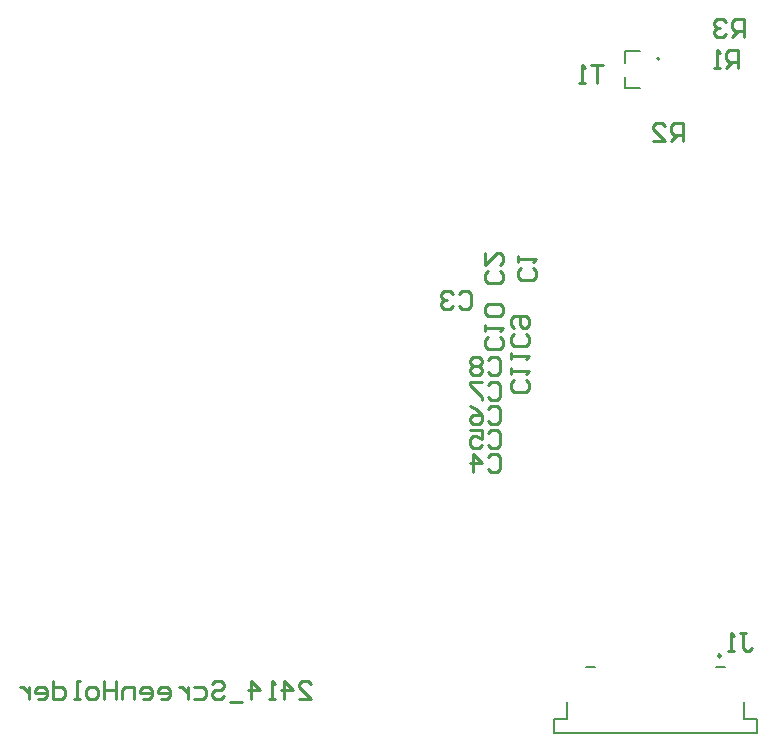
<source format=gbr>
%TF.GenerationSoftware,Altium Limited,Altium Designer,24.7.2 (38)*%
G04 Layer_Color=32896*
%FSLAX43Y43*%
%MOMM*%
%TF.SameCoordinates,6EE5CD54-FE70-432D-B01E-CA14D31D91FF*%
%TF.FilePolarity,Positive*%
%TF.FileFunction,Legend,Bot*%
%TF.Part,Single*%
G01*
G75*
%TA.AperFunction,NonConductor*%
%ADD33C,0.127*%
%ADD34C,0.254*%
%ADD35C,0.250*%
%ADD36C,0.200*%
D33*
X58301Y-20915D02*
X59601D01*
X58301Y-24055D02*
X59601D01*
X58301Y-21865D02*
Y-20915D01*
Y-24055D02*
Y-23105D01*
D34*
X30730Y-75742D02*
X31746D01*
X30730Y-74726D01*
Y-74472D01*
X30984Y-74219D01*
X31492D01*
X31746Y-74472D01*
X29461Y-75742D02*
Y-74219D01*
X30222Y-74980D01*
X29207D01*
X28699Y-75742D02*
X28191D01*
X28445D01*
Y-74219D01*
X28699Y-74472D01*
X26668Y-75742D02*
Y-74219D01*
X27429Y-74980D01*
X26414D01*
X25906Y-75996D02*
X24890D01*
X23367Y-74472D02*
X23621Y-74219D01*
X24128D01*
X24382Y-74472D01*
Y-74726D01*
X24128Y-74980D01*
X23621D01*
X23367Y-75234D01*
Y-75488D01*
X23621Y-75742D01*
X24128D01*
X24382Y-75488D01*
X21843Y-74726D02*
X22605D01*
X22859Y-74980D01*
Y-75488D01*
X22605Y-75742D01*
X21843D01*
X21335Y-74726D02*
Y-75742D01*
Y-75234D01*
X21081Y-74980D01*
X20828Y-74726D01*
X20574D01*
X19050Y-75742D02*
X19558D01*
X19812Y-75488D01*
Y-74980D01*
X19558Y-74726D01*
X19050D01*
X18796Y-74980D01*
Y-75234D01*
X19812D01*
X17527Y-75742D02*
X18034D01*
X18288Y-75488D01*
Y-74980D01*
X18034Y-74726D01*
X17527D01*
X17273Y-74980D01*
Y-75234D01*
X18288D01*
X16765Y-75742D02*
Y-74726D01*
X16003D01*
X15749Y-74980D01*
Y-75742D01*
X15241Y-74219D02*
Y-75742D01*
Y-74980D01*
X14226D01*
Y-74219D01*
Y-75742D01*
X13464D02*
X12956D01*
X12702Y-75488D01*
Y-74980D01*
X12956Y-74726D01*
X13464D01*
X13718Y-74980D01*
Y-75488D01*
X13464Y-75742D01*
X12194D02*
X11686D01*
X11940D01*
Y-74219D01*
X12194D01*
X9909D02*
Y-75742D01*
X10671D01*
X10925Y-75488D01*
Y-74980D01*
X10671Y-74726D01*
X9909D01*
X8639Y-75742D02*
X9147D01*
X9401Y-75488D01*
Y-74980D01*
X9147Y-74726D01*
X8639D01*
X8386Y-74980D01*
Y-75234D01*
X9401D01*
X7878Y-74726D02*
Y-75742D01*
Y-75234D01*
X7624Y-74980D01*
X7370Y-74726D01*
X7116D01*
X44254Y-41492D02*
X44508Y-41238D01*
X45016D01*
X45270Y-41492D01*
Y-42508D01*
X45016Y-42762D01*
X44508D01*
X44254Y-42508D01*
X43746Y-41492D02*
X43492Y-41238D01*
X42984D01*
X42730Y-41492D01*
Y-41746D01*
X42984Y-42000D01*
X43238D01*
X42984D01*
X42730Y-42254D01*
Y-42508D01*
X42984Y-42762D01*
X43492D01*
X43746Y-42508D01*
X68389Y-19729D02*
Y-18206D01*
X67627D01*
X67373Y-18460D01*
Y-18968D01*
X67627Y-19221D01*
X68389D01*
X67881D02*
X67373Y-19729D01*
X66865Y-18460D02*
X66611Y-18206D01*
X66103D01*
X65849Y-18460D01*
Y-18714D01*
X66103Y-18968D01*
X66357D01*
X66103D01*
X65849Y-19221D01*
Y-19475D01*
X66103Y-19729D01*
X66611D01*
X66865Y-19475D01*
X56516Y-22042D02*
X55500D01*
X56008D01*
Y-23565D01*
X54992D02*
X54484D01*
X54738D01*
Y-22042D01*
X54992Y-22296D01*
X68038Y-70195D02*
X68545D01*
X68291D01*
Y-71464D01*
X68545Y-71718D01*
X68799D01*
X69053Y-71464D01*
X67530Y-71718D02*
X67022D01*
X67276D01*
Y-70195D01*
X67530Y-70449D01*
X63270Y-28512D02*
Y-26988D01*
X62508D01*
X62254Y-27242D01*
Y-27750D01*
X62508Y-28004D01*
X63270D01*
X62762D02*
X62254Y-28512D01*
X60730D02*
X61746D01*
X60730Y-27496D01*
Y-27242D01*
X60984Y-26988D01*
X61492D01*
X61746Y-27242D01*
X67865Y-22297D02*
Y-20773D01*
X67103D01*
X66850Y-21027D01*
Y-21535D01*
X67103Y-21789D01*
X67865D01*
X67357D02*
X66850Y-22297D01*
X66342D02*
X65834D01*
X66088D01*
Y-20773D01*
X66342Y-21027D01*
X49936Y-48721D02*
X50190Y-48975D01*
Y-49483D01*
X49936Y-49737D01*
X48921D01*
X48667Y-49483D01*
Y-48975D01*
X48921Y-48721D01*
X48667Y-48213D02*
Y-47706D01*
Y-47959D01*
X50190D01*
X49936Y-48213D01*
X48667Y-46944D02*
Y-46436D01*
Y-46690D01*
X50190D01*
X49936Y-46944D01*
X47758Y-45139D02*
X48012Y-45393D01*
Y-45900D01*
X47758Y-46154D01*
X46742D01*
X46488Y-45900D01*
Y-45393D01*
X46742Y-45139D01*
X46488Y-44631D02*
Y-44123D01*
Y-44377D01*
X48012D01*
X47758Y-44631D01*
Y-43361D02*
X48012Y-43107D01*
Y-42600D01*
X47758Y-42346D01*
X46742D01*
X46488Y-42600D01*
Y-43107D01*
X46742Y-43361D01*
X47758D01*
X49987Y-44831D02*
X50241Y-45085D01*
Y-45593D01*
X49987Y-45847D01*
X48972D01*
X48718Y-45593D01*
Y-45085D01*
X48972Y-44831D01*
Y-44323D02*
X48718Y-44069D01*
Y-43561D01*
X48972Y-43308D01*
X49987D01*
X50241Y-43561D01*
Y-44069D01*
X49987Y-44323D01*
X49733D01*
X49479Y-44069D01*
Y-43308D01*
X46754Y-47075D02*
X47008Y-46821D01*
X47516D01*
X47770Y-47075D01*
Y-48091D01*
X47516Y-48345D01*
X47008D01*
X46754Y-48091D01*
X46246Y-47075D02*
X45992Y-46821D01*
X45484D01*
X45230Y-47075D01*
Y-47329D01*
X45484Y-47583D01*
X45230Y-47837D01*
Y-48091D01*
X45484Y-48345D01*
X45992D01*
X46246Y-48091D01*
Y-47837D01*
X45992Y-47583D01*
X46246Y-47329D01*
Y-47075D01*
X45992Y-47583D02*
X45484D01*
X46754Y-49163D02*
X47008Y-48909D01*
X47516D01*
X47770Y-49163D01*
Y-50179D01*
X47516Y-50433D01*
X47008D01*
X46754Y-50179D01*
X46246Y-48909D02*
X45230D01*
Y-49163D01*
X46246Y-50179D01*
Y-50433D01*
X46754Y-51242D02*
X47008Y-50988D01*
X47516D01*
X47770Y-51242D01*
Y-52258D01*
X47516Y-52512D01*
X47008D01*
X46754Y-52258D01*
X45230Y-50988D02*
X45738Y-51242D01*
X46246Y-51750D01*
Y-52258D01*
X45992Y-52512D01*
X45484D01*
X45230Y-52258D01*
Y-52004D01*
X45484Y-51750D01*
X46246D01*
X46754Y-53242D02*
X47008Y-52988D01*
X47516D01*
X47770Y-53242D01*
Y-54258D01*
X47516Y-54512D01*
X47008D01*
X46754Y-54258D01*
X45230Y-52988D02*
X46246D01*
Y-53750D01*
X45738Y-53496D01*
X45484D01*
X45230Y-53750D01*
Y-54258D01*
X45484Y-54512D01*
X45992D01*
X46246Y-54258D01*
X46754Y-55242D02*
X47008Y-54988D01*
X47516D01*
X47770Y-55242D01*
Y-56258D01*
X47516Y-56512D01*
X47008D01*
X46754Y-56258D01*
X45484Y-56512D02*
Y-54988D01*
X46246Y-55750D01*
X45230D01*
X47775Y-39516D02*
X48029Y-39770D01*
Y-40278D01*
X47775Y-40532D01*
X46759D01*
X46505Y-40278D01*
Y-39770D01*
X46759Y-39516D01*
X46505Y-37993D02*
Y-39008D01*
X47521Y-37993D01*
X47775D01*
X48029Y-38247D01*
Y-38754D01*
X47775Y-39008D01*
X50569Y-39262D02*
X50823Y-39516D01*
Y-40024D01*
X50569Y-40278D01*
X49553D01*
X49299Y-40024D01*
Y-39516D01*
X49553Y-39262D01*
X49299Y-38754D02*
Y-38247D01*
Y-38501D01*
X50823D01*
X50569Y-38754D01*
D35*
X66463Y-72100D02*
G03*
X66463Y-72100I-125J0D01*
G01*
D36*
X61251Y-21535D02*
G03*
X61251Y-21535I-100J0D01*
G01*
X52363Y-77450D02*
X53438D01*
X52363Y-78625D02*
Y-77450D01*
X53438D02*
Y-76000D01*
X55038Y-73075D02*
X55838D01*
X66038D02*
X66838D01*
X68438Y-77450D02*
X69513D01*
X52363Y-78625D02*
X69513D01*
Y-77450D01*
X68438D02*
Y-76000D01*
%TF.MD5,c09aa3304905856765b283f79dae681c*%
M02*

</source>
